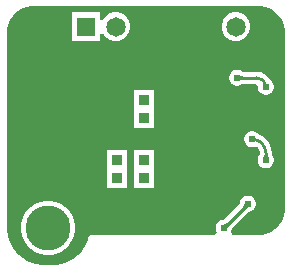
<source format=gbl>
G04*
G04 #@! TF.GenerationSoftware,Altium Limited,Altium Designer,25.1.2 (22)*
G04*
G04 Layer_Physical_Order=2*
G04 Layer_Color=16711680*
%FSLAX26Y26*%
%MOIN*%
G70*
G04*
G04 #@! TF.SameCoordinates,3C89DFF2-4D07-40C4-B63C-CCDB096C3DA4*
G04*
G04*
G04 #@! TF.FilePolarity,Positive*
G04*
G01*
G75*
%ADD12C,0.010000*%
%ADD15R,0.035911X0.033808*%
%ADD23C,0.150000*%
%ADD24C,0.064961*%
%ADD25R,0.064961X0.064961*%
%ADD26C,0.024000*%
G36*
X814880Y218001D02*
X813932Y217966D01*
X812991Y217842D01*
X812057Y217630D01*
X811131Y217329D01*
X810212Y216939D01*
X809301Y216461D01*
X808397Y215893D01*
X807501Y215238D01*
X806612Y214493D01*
X805731Y213660D01*
X798660Y220731D01*
X799493Y221612D01*
X800238Y222501D01*
X800894Y223397D01*
X801461Y224301D01*
X801939Y225212D01*
X802329Y226131D01*
X802630Y227057D01*
X802842Y227991D01*
X802966Y228932D01*
X803001Y229880D01*
X814880Y218001D01*
D02*
G37*
G36*
X751340Y159269D02*
X750507Y158388D01*
X749762Y157499D01*
X749106Y156603D01*
X748539Y155699D01*
X748061Y154788D01*
X747671Y153869D01*
X747370Y152943D01*
X747158Y152009D01*
X747034Y151068D01*
X746999Y150120D01*
X735120Y161999D01*
X736068Y162034D01*
X737009Y162158D01*
X737943Y162370D01*
X738869Y162671D01*
X739788Y163061D01*
X740699Y163539D01*
X741603Y164107D01*
X742499Y164762D01*
X743388Y165507D01*
X744269Y166340D01*
X751340Y159269D01*
D02*
G37*
G36*
X875600Y884393D02*
X891573Y877776D01*
X905947Y868172D01*
X918172Y855947D01*
X927777Y841572D01*
X934393Y825600D01*
X937765Y808644D01*
Y800000D01*
Y215000D01*
Y206356D01*
X934393Y189400D01*
X927776Y173427D01*
X918172Y159053D01*
X905947Y146828D01*
X891572Y137223D01*
X875600Y130607D01*
X858644Y127235D01*
X850001D01*
X764045Y127240D01*
X763505Y127688D01*
X758810Y137240D01*
X760160Y139578D01*
X762000Y146445D01*
Y148162D01*
X816838Y203000D01*
X818555D01*
X825422Y204840D01*
X831578Y208395D01*
X836605Y213422D01*
X840160Y219578D01*
X842000Y226445D01*
Y233555D01*
X840160Y240422D01*
X836605Y246578D01*
X831578Y251605D01*
X825422Y255160D01*
X818555Y257000D01*
X811445D01*
X804578Y255160D01*
X798422Y251605D01*
X793395Y246578D01*
X789840Y240422D01*
X788000Y233555D01*
Y231838D01*
X733162Y177000D01*
X731445D01*
X724578Y175160D01*
X718422Y171605D01*
X713395Y166578D01*
X709840Y160422D01*
X708000Y153555D01*
Y146445D01*
X709840Y139578D01*
X711188Y137243D01*
X706489Y127687D01*
X705954Y127243D01*
X335001Y127264D01*
X334981Y127260D01*
X334961Y127264D01*
X295320Y127138D01*
X294555Y126983D01*
X293776Y127035D01*
X292234Y126514D01*
X290640Y126192D01*
X289993Y125756D01*
X289253Y125506D01*
X288029Y124435D01*
X286679Y123527D01*
X286248Y122877D01*
X285661Y122363D01*
X284939Y120904D01*
X284040Y119549D01*
X283890Y118783D01*
X283544Y118084D01*
X280930Y108373D01*
X272609Y90061D01*
X261420Y73347D01*
X247659Y58676D01*
X231695Y46442D01*
X213951Y36968D01*
X194902Y30508D01*
X175057Y27235D01*
X135000D01*
X126953Y27235D01*
X110998Y29335D01*
X95453Y33500D01*
X80585Y39659D01*
X66648Y47706D01*
X53881Y57502D01*
X42502Y68881D01*
X32705Y81648D01*
X24659Y95586D01*
X18500Y110453D01*
X14335Y125998D01*
X12235Y141953D01*
Y150000D01*
Y800000D01*
Y808644D01*
X15607Y825600D01*
X22224Y841573D01*
X31828Y855947D01*
X44053Y868172D01*
X58428Y877777D01*
X74400Y884393D01*
X91356Y887765D01*
X858644D01*
X875600Y884393D01*
D02*
G37*
%LPC*%
G36*
X381251Y867480D02*
X368749D01*
X356673Y864245D01*
X345846Y857994D01*
X337006Y849154D01*
X332480Y841314D01*
X322480Y843994D01*
Y867480D01*
X227520D01*
Y772520D01*
X322480D01*
Y796006D01*
X332480Y798686D01*
X337006Y790846D01*
X345846Y782006D01*
X356673Y775755D01*
X368749Y772520D01*
X381251D01*
X393327Y775755D01*
X404154Y782006D01*
X412994Y790846D01*
X419245Y801673D01*
X422480Y813749D01*
Y826251D01*
X419245Y838327D01*
X412994Y849154D01*
X404154Y857994D01*
X393327Y864245D01*
X381251Y867480D01*
D02*
G37*
G36*
X781251D02*
X768749D01*
X756673Y864245D01*
X745846Y857994D01*
X737006Y849154D01*
X730755Y838327D01*
X727520Y826251D01*
Y813749D01*
X730755Y801673D01*
X737006Y790846D01*
X745846Y782006D01*
X756673Y775755D01*
X768749Y772520D01*
X781251D01*
X793327Y775755D01*
X804154Y782006D01*
X812994Y790846D01*
X819245Y801673D01*
X822480Y813749D01*
Y826251D01*
X819245Y838327D01*
X812994Y849154D01*
X804154Y857994D01*
X793327Y864245D01*
X781251Y867480D01*
D02*
G37*
G36*
X783555Y677000D02*
X776445D01*
X769578Y675160D01*
X763422Y671605D01*
X758395Y666578D01*
X754840Y660422D01*
X753000Y653555D01*
Y646445D01*
X754840Y639578D01*
X758395Y633422D01*
X763422Y628395D01*
X769578Y624840D01*
X776445Y623000D01*
X783555D01*
X790422Y624840D01*
X796578Y628395D01*
X797792Y629608D01*
X839269D01*
X846674Y624474D01*
X848000Y620409D01*
Y616445D01*
X849840Y609578D01*
X853395Y603422D01*
X858422Y598395D01*
X864578Y594840D01*
X871445Y593000D01*
X878555D01*
X885422Y594840D01*
X891578Y598395D01*
X896605Y603422D01*
X900160Y609578D01*
X902000Y616445D01*
Y623555D01*
X900160Y630422D01*
X896605Y636578D01*
X891578Y641605D01*
X889728Y642674D01*
X888675Y645216D01*
X880660Y655660D01*
X870216Y663675D01*
X858053Y668713D01*
X845000Y670431D01*
Y670392D01*
X797792D01*
X796578Y671605D01*
X790422Y675160D01*
X783555Y677000D01*
D02*
G37*
G36*
X502955Y607483D02*
X437045D01*
Y543675D01*
Y482517D01*
X502955D01*
Y543675D01*
Y607483D01*
D02*
G37*
G36*
X833555Y472000D02*
X826445D01*
X819578Y470160D01*
X813422Y466605D01*
X808395Y461578D01*
X804840Y455422D01*
X803000Y448555D01*
Y441445D01*
X804840Y434578D01*
X808395Y428422D01*
X813422Y423395D01*
X819578Y419840D01*
X826445Y418000D01*
X833555D01*
X840422Y419840D01*
X842559Y421074D01*
X847663Y417663D01*
X853078Y409559D01*
X854794Y400935D01*
X854608Y400000D01*
Y392792D01*
X853395Y391578D01*
X849840Y385422D01*
X848000Y378555D01*
Y371445D01*
X849840Y364578D01*
X853395Y358422D01*
X858422Y353395D01*
X864578Y349840D01*
X871445Y348000D01*
X878555D01*
X885422Y349840D01*
X891578Y353395D01*
X896605Y358422D01*
X900160Y364578D01*
X902000Y371445D01*
Y378555D01*
X900160Y385422D01*
X896605Y391578D01*
X895392Y392792D01*
Y400000D01*
X895239Y400770D01*
X894059Y412742D01*
X890343Y424995D01*
X884307Y436287D01*
X876184Y446184D01*
X866287Y454307D01*
X854995Y460343D01*
X851751Y461327D01*
X851605Y461578D01*
X846578Y466605D01*
X840422Y470160D01*
X833555Y472000D01*
D02*
G37*
G36*
X502955Y407483D02*
X437045D01*
Y343675D01*
Y282517D01*
X502955D01*
Y343675D01*
Y407483D01*
D02*
G37*
G36*
X412955D02*
X347045D01*
Y343675D01*
Y282517D01*
X412955D01*
Y343675D01*
Y407483D01*
D02*
G37*
G36*
X158864Y240000D02*
X141136D01*
X123748Y236541D01*
X107369Y229757D01*
X92628Y219908D01*
X80092Y207372D01*
X70243Y192631D01*
X63459Y176252D01*
X60000Y158864D01*
Y141136D01*
X63459Y123748D01*
X70243Y107369D01*
X80092Y92628D01*
X92628Y80092D01*
X107369Y70243D01*
X123748Y63459D01*
X141136Y60000D01*
X158864D01*
X176252Y63459D01*
X192631Y70243D01*
X207372Y80092D01*
X219908Y92628D01*
X229757Y107369D01*
X236541Y123748D01*
X240000Y141136D01*
Y158864D01*
X236541Y176252D01*
X229757Y192631D01*
X219908Y207372D01*
X207372Y219908D01*
X192631Y229757D01*
X176252Y236541D01*
X158864Y240000D01*
D02*
G37*
%LPD*%
G36*
X789265Y657754D02*
X790018Y657176D01*
X790828Y656666D01*
X791696Y656224D01*
X792621Y655850D01*
X793603Y655544D01*
X794644Y655306D01*
X795741Y655136D01*
X796896Y655034D01*
X798109Y655000D01*
Y645000D01*
X796896Y644966D01*
X795741Y644864D01*
X794644Y644694D01*
X793603Y644456D01*
X792621Y644150D01*
X791696Y643776D01*
X790828Y643334D01*
X790018Y642824D01*
X789265Y642246D01*
X788570Y641600D01*
Y658400D01*
X789265Y657754D01*
D02*
G37*
G36*
X880034Y391896D02*
X880136Y390741D01*
X880306Y389644D01*
X880544Y388603D01*
X880850Y387621D01*
X881224Y386696D01*
X881666Y385828D01*
X882176Y385018D01*
X882754Y384265D01*
X883400Y383570D01*
X866600D01*
X867246Y384265D01*
X867824Y385018D01*
X868334Y385828D01*
X868776Y386696D01*
X869150Y387621D01*
X869456Y388603D01*
X869694Y389644D01*
X869864Y390741D01*
X869966Y391896D01*
X870000Y393109D01*
X880000D01*
X880034Y391896D01*
D02*
G37*
D12*
X875000Y620000D02*
G03*
X845000Y650000I-30000J0D01*
G01*
X875000Y400000D02*
G03*
X830000Y445000I-45000J0D01*
G01*
X735000Y150000D02*
X815000Y230000D01*
X875000Y375000D02*
Y400000D01*
X780000Y650000D02*
X845000D01*
D15*
X470000Y314421D02*
D03*
Y375579D02*
D03*
Y575579D02*
D03*
Y514421D02*
D03*
X380000Y314421D02*
D03*
Y375579D02*
D03*
D23*
X150000Y150000D02*
D03*
D24*
X775000Y820000D02*
D03*
X675000D02*
D03*
X575000D02*
D03*
X475000D02*
D03*
X375000D02*
D03*
D25*
X275000D02*
D03*
D26*
X470000Y445000D02*
D03*
X380000Y314421D02*
D03*
X735000Y150000D02*
D03*
X815000Y230000D02*
D03*
X70000Y380000D02*
D03*
X135000Y430000D02*
D03*
X145000Y380000D02*
D03*
X220000D02*
D03*
X875000Y620000D02*
D03*
Y375000D02*
D03*
X830000Y445000D02*
D03*
X780000Y650000D02*
D03*
X440000Y170000D02*
D03*
X265000D02*
D03*
X470000Y575579D02*
D03*
Y514421D02*
D03*
Y314421D02*
D03*
Y375579D02*
D03*
X380000D02*
D03*
M02*

</source>
